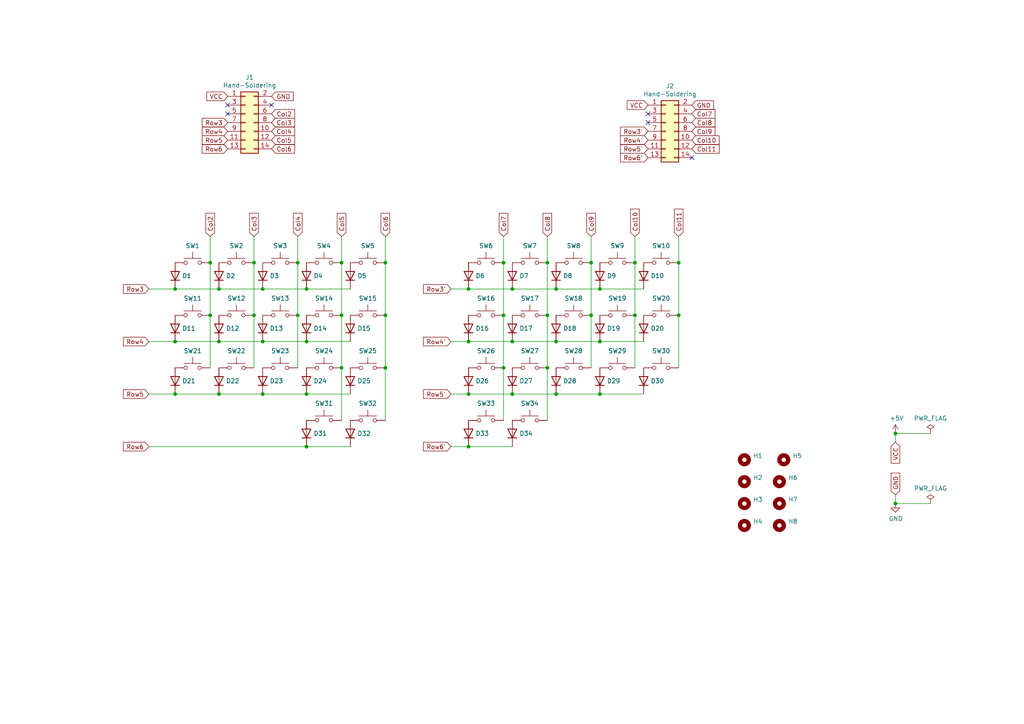
<source format=kicad_sch>
(kicad_sch (version 20211123) (generator eeschema)
  (paper "A4")
  (title_block (title "Pragmatic Input Module") (date "2021-11-20") (rev "v0.2") (company "Designed by James Sa"))
  (lib_symbols
    (symbol "Connector_Generic:Conn_02x07_Odd_Even" (pin_names (offset 1.016) hide)
      (property "Reference" "J" (at 1.27 10.16 0))
      (property "Value" "Conn_02x07_Odd_Even" (at 1.27 -10.16 0))
      (symbol "Conn_02x07_Odd_Even_1_1"
        (rectangle (start -1.27 -7.493) (end 0 -7.747) (stroke (width 0.1524)))
        (rectangle (start -1.27 -4.953) (end 0 -5.207) (stroke (width 0.1524)))
        (rectangle (start -1.27 -2.413) (end 0 -2.667) (stroke (width 0.1524)))
        (rectangle (start -1.27 0.127) (end 0 -0.127) (stroke (width 0.1524)))
        (rectangle (start -1.27 2.667) (end 0 2.413) (stroke (width 0.1524)))
        (rectangle (start -1.27 5.207) (end 0 4.953) (stroke (width 0.1524)))
        (rectangle (start -1.27 7.747) (end 0 7.493) (stroke (width 0.1524)))
        (rectangle (start -1.27 8.89) (end 3.81 -8.89) (stroke (width 0.254)) (fill (type background)))
        (rectangle (start 3.81 -7.493) (end 2.54 -7.747) (stroke (width 0.1524)))
        (rectangle (start 3.81 -4.953) (end 2.54 -5.207) (stroke (width 0.1524)))
        (rectangle (start 3.81 -2.413) (end 2.54 -2.667) (stroke (width 0.1524)))
        (rectangle (start 3.81 0.127) (end 2.54 -0.127) (stroke (width 0.1524)))
        (rectangle (start 3.81 2.667) (end 2.54 2.413) (stroke (width 0.1524)))
        (rectangle (start 3.81 5.207) (end 2.54 4.953) (stroke (width 0.1524)))
        (rectangle (start 3.81 7.747) (end 2.54 7.493) (stroke (width 0.1524)))
        (pin passive line (at -5.08 7.62 0) (length 3.81) (name "Pin_1") (number "1"))
        (pin passive line (at 7.62 -2.54 180) (length 3.81) (name "Pin_10") (number "10"))
        (pin passive line (at -5.08 -5.08 0) (length 3.81) (name "Pin_11") (number "11"))
        (pin passive line (at 7.62 -5.08 180) (length 3.81) (name "Pin_12") (number "12"))
        (pin passive line (at -5.08 -7.62 0) (length 3.81) (name "Pin_13") (number "13"))
        (pin passive line (at 7.62 -7.62 180) (length 3.81) (name "Pin_14") (number "14"))
        (pin passive line (at 7.62 7.62 180) (length 3.81) (name "Pin_2") (number "2"))
        (pin passive line (at -5.08 5.08 0) (length 3.81) (name "Pin_3") (number "3"))
        (pin passive line (at 7.62 5.08 180) (length 3.81) (name "Pin_4") (number "4"))
        (pin passive line (at -5.08 2.54 0) (length 3.81) (name "Pin_5") (number "5"))
        (pin passive line (at 7.62 2.54 180) (length 3.81) (name "Pin_6") (number "6"))
        (pin passive line (at -5.08 0 0) (length 3.81) (name "Pin_7") (number "7"))
        (pin passive line (at 7.62 0 180) (length 3.81) (name "Pin_8") (number "8"))
        (pin passive line (at -5.08 -2.54 0) (length 3.81) (name "Pin_9") (number "9"))
      )
    )
    (symbol "Device:D" (pin_numbers hide) (pin_names (offset 1.016) hide)
      (property "Reference" "D" (at 0 2.54 0))
      (property "Value" "D" (at 0 -2.54 0))
      (symbol "D_0_1"
        (polyline (pts (xy -1.27 1.27) (xy -1.27 -1.27)) (stroke (width 0.254)))
        (polyline (pts (xy 1.27 0) (xy -1.27 0)))
        (polyline (pts (xy 1.27 1.27) (xy 1.27 -1.27) (xy -1.27 0) (xy 1.27 1.27)) (stroke (width 0.254)))
      )
      (symbol "D_1_1"
        (pin passive line (at -3.81 0 0) (length 2.54) (name "K") (number "1"))
        (pin passive line (at 3.81 0 180) (length 2.54) (name "A") (number "2"))
      )
    )
    (symbol "Mechanical:MountingHole" (pin_names (offset 1.016))
      (property "Reference" "H" (at 0 5.08 0))
      (property "Value" "MountingHole" (at 0 3.175 0))
      (symbol "MountingHole_0_1"
        (circle (center 0 0) (radius 1.27) (stroke (width 1.27)))
      )
    )
    (symbol "Switch:SW_Push" (pin_numbers hide) (pin_names (offset 1.016) hide)
      (property "Reference" "SW" (at 1.27 2.54 0))
      (property "Value" "SW_Push" (at 0 -1.524 0))
      (symbol "SW_Push_0_1"
        (circle (center -2.032 0) (radius 0.508))
        (polyline (pts (xy 0 1.27) (xy 0 3.048)))
        (polyline (pts (xy 2.54 1.27) (xy -2.54 1.27)))
        (circle (center 2.032 0) (radius 0.508))
        (pin passive line (at -5.08 0 0) (length 2.54) (name "1") (number "1"))
        (pin passive line (at 5.08 0 180) (length 2.54) (name "2") (number "2"))
      )
    )
    (symbol "power:+5V" (power) (pin_names (offset 0))
      (property "Value" "+5V" (at 0 3.556 0))
      (symbol "+5V_0_1"
        (polyline (pts (xy -0.762 1.27) (xy 0 2.54)))
        (polyline (pts (xy 0 0) (xy 0 2.54)))
        (polyline (pts (xy 0 2.54) (xy 0.762 1.27)))
      )
      (symbol "+5V_1_1"
        (pin power_in line (at 0 0 90) (length 0) hide (name "+5V") (number "1"))
      )
    )
    (symbol "power:GND" (power) (pin_names (offset 0))
      (property "Value" "GND" (at 0 -3.81 0))
      (symbol "GND_0_1"
        (polyline (pts (xy 0 0) (xy 0 -1.27) (xy 1.27 -1.27) (xy 0 -2.54) (xy -1.27 -1.27) (xy 0 -1.27)))
      )
      (symbol "GND_1_1"
        (pin power_in line (at 0 0 270) (length 0) hide (name "GND") (number "1"))
      )
    )
    (symbol "power:PWR_FLAG" (power) (pin_numbers hide) (pin_names (offset 0) hide)
      (property "Value" "PWR_FLAG" (at 0 3.81 0))
      (symbol "PWR_FLAG_0_0"
        (pin power_out line (at 0 0 90) (length 0) (name "pwr") (number "1"))
      )
      (symbol "PWR_FLAG_0_1"
        (polyline (pts (xy 0 0) (xy 0 1.27) (xy -1.016 1.905) (xy 0 2.54) (xy 1.016 1.905) (xy 0 1.27)))
      )
    )
  )
  (junction (at 50.8 83.82))
  (junction (at 161.29 83.82))
  (junction (at 88.9 129.54))
  (junction (at 184.15 76.2))
  (junction (at 63.5 114.3))
  (junction (at 173.99 114.3))
  (junction (at 135.89 114.3))
  (junction (at 171.45 91.44))
  (junction (at 173.99 83.82))
  (junction (at 135.89 129.54))
  (junction (at 146.05 106.68))
  (junction (at 184.15 91.44))
  (junction (at 158.75 76.2))
  (junction (at 196.85 76.2))
  (junction (at 86.36 91.44))
  (junction (at 76.2 114.3))
  (junction (at 259.715 146.05))
  (junction (at 259.715 125.73))
  (junction (at 99.06 91.44))
  (junction (at 148.59 99.06))
  (junction (at 76.2 83.82))
  (junction (at 196.85 91.44))
  (junction (at 73.66 76.2))
  (junction (at 76.2 99.06))
  (junction (at 161.29 114.3))
  (junction (at 158.75 106.68))
  (junction (at 135.89 83.82))
  (junction (at 73.66 91.44))
  (junction (at 88.9 114.3))
  (junction (at 135.89 99.06))
  (junction (at 88.9 83.82))
  (junction (at 111.76 106.68))
  (junction (at 111.76 76.2))
  (junction (at 50.8 99.06))
  (junction (at 148.59 83.82))
  (junction (at 60.96 76.2))
  (junction (at 99.06 76.2))
  (junction (at 99.06 106.68))
  (junction (at 146.05 91.44))
  (junction (at 148.59 114.3))
  (junction (at 171.45 76.2))
  (junction (at 63.5 99.06))
  (junction (at 146.05 76.2))
  (junction (at 50.8 114.3))
  (junction (at 158.75 91.44))
  (junction (at 161.29 99.06))
  (junction (at 88.9 99.06))
  (junction (at 60.96 91.44))
  (junction (at 111.76 91.44))
  (junction (at 173.99 99.06))
  (junction (at 86.36 76.2))
  (junction (at 63.5 83.82))
  (no_connect (at 187.96 33.02))
  (no_connect (at 187.96 35.56))
  (no_connect (at 200.66 45.72))
  (no_connect (at 66.04 30.48))
  (no_connect (at 66.04 33.02))
  (no_connect (at 78.74 30.48))
  (wire (pts (xy 76.2 83.82) (xy 88.9 83.82)))
  (wire (pts (xy 111.76 76.2) (xy 111.76 91.44)))
  (wire (pts (xy 99.06 106.68) (xy 99.06 121.92)))
  (wire (pts (xy 111.76 91.44) (xy 111.76 106.68)))
  (wire (pts (xy 158.75 106.68) (xy 158.75 121.92)))
  (wire (pts (xy 76.2 114.3) (xy 88.9 114.3)))
  (wire (pts (xy 60.96 91.44) (xy 60.96 106.68)))
  (wire (pts (xy 43.18 129.54) (xy 88.9 129.54)))
  (wire (pts (xy 130.81 83.82) (xy 135.89 83.82)))
  (wire (pts (xy 99.06 68.58) (xy 99.06 76.2)))
  (wire (pts (xy 148.59 83.82) (xy 161.29 83.82)))
  (wire (pts (xy 50.8 83.82) (xy 63.5 83.82)))
  (wire (pts (xy 259.715 125.73) (xy 269.875 125.73)))
  (wire (pts (xy 146.05 68.58) (xy 146.05 76.2)))
  (wire (pts (xy 146.05 76.2) (xy 146.05 91.44)))
  (wire (pts (xy 60.96 68.58) (xy 60.96 76.2)))
  (wire (pts (xy 135.89 99.06) (xy 148.59 99.06)))
  (wire (pts (xy 60.96 76.2) (xy 60.96 91.44)))
  (wire (pts (xy 63.5 99.06) (xy 76.2 99.06)))
  (wire (pts (xy 50.8 114.3) (xy 63.5 114.3)))
  (wire (pts (xy 130.81 129.54) (xy 135.89 129.54)))
  (wire (pts (xy 135.89 83.82) (xy 148.59 83.82)))
  (wire (pts (xy 73.66 91.44) (xy 73.66 106.68)))
  (wire (pts (xy 173.99 114.3) (xy 186.69 114.3)))
  (wire (pts (xy 88.9 83.82) (xy 101.6 83.82)))
  (wire (pts (xy 184.15 68.58) (xy 184.15 76.2)))
  (wire (pts (xy 158.75 76.2) (xy 158.75 91.44)))
  (wire (pts (xy 86.36 91.44) (xy 86.36 106.68)))
  (wire (pts (xy 50.8 99.06) (xy 63.5 99.06)))
  (wire (pts (xy 148.59 99.06) (xy 161.29 99.06)))
  (wire (pts (xy 86.36 68.58) (xy 86.36 76.2)))
  (wire (pts (xy 259.715 143.51) (xy 259.715 146.05)))
  (wire (pts (xy 196.85 76.2) (xy 196.85 91.44)))
  (wire (pts (xy 88.9 99.06) (xy 101.6 99.06)))
  (wire (pts (xy 161.29 83.82) (xy 173.99 83.82)))
  (wire (pts (xy 158.75 68.58) (xy 158.75 76.2)))
  (wire (pts (xy 173.99 83.82) (xy 186.69 83.82)))
  (wire (pts (xy 184.15 91.44) (xy 184.15 106.68)))
  (wire (pts (xy 135.89 129.54) (xy 148.59 129.54)))
  (wire (pts (xy 88.9 114.3) (xy 101.6 114.3)))
  (wire (pts (xy 171.45 68.58) (xy 171.45 76.2)))
  (wire (pts (xy 184.15 76.2) (xy 184.15 91.44)))
  (wire (pts (xy 43.18 114.3) (xy 50.8 114.3)))
  (wire (pts (xy 99.06 76.2) (xy 99.06 91.44)))
  (wire (pts (xy 196.85 91.44) (xy 196.85 106.68)))
  (wire (pts (xy 148.59 114.3) (xy 161.29 114.3)))
  (wire (pts (xy 135.89 114.3) (xy 148.59 114.3)))
  (wire (pts (xy 99.06 91.44) (xy 99.06 106.68)))
  (wire (pts (xy 111.76 106.68) (xy 111.76 121.92)))
  (wire (pts (xy 146.05 91.44) (xy 146.05 106.68)))
  (wire (pts (xy 111.76 68.58) (xy 111.76 76.2)))
  (wire (pts (xy 86.36 76.2) (xy 86.36 91.44)))
  (wire (pts (xy 76.2 99.06) (xy 88.9 99.06)))
  (wire (pts (xy 63.5 114.3) (xy 76.2 114.3)))
  (wire (pts (xy 171.45 76.2) (xy 171.45 91.44)))
  (wire (pts (xy 173.99 99.06) (xy 186.69 99.06)))
  (wire (pts (xy 196.85 68.58) (xy 196.85 76.2)))
  (wire (pts (xy 63.5 83.82) (xy 76.2 83.82)))
  (wire (pts (xy 161.29 99.06) (xy 173.99 99.06)))
  (wire (pts (xy 259.715 125.73) (xy 259.715 128.27)))
  (wire (pts (xy 269.875 146.05) (xy 259.715 146.05)))
  (wire (pts (xy 146.05 106.68) (xy 146.05 121.92)))
  (wire (pts (xy 88.9 129.54) (xy 101.6 129.54)))
  (wire (pts (xy 171.45 91.44) (xy 171.45 106.68)))
  (wire (pts (xy 158.75 91.44) (xy 158.75 106.68)))
  (wire (pts (xy 161.29 114.3) (xy 173.99 114.3)))
  (wire (pts (xy 73.66 76.2) (xy 73.66 91.44)))
  (wire (pts (xy 130.81 99.06) (xy 135.89 99.06)))
  (wire (pts (xy 43.18 83.82) (xy 50.8 83.82)))
  (wire (pts (xy 73.66 68.58) (xy 73.66 76.2)))
  (wire (pts (xy 130.81 114.3) (xy 135.89 114.3)))
  (wire (pts (xy 43.18 99.06) (xy 50.8 99.06)))
  (global_label "GND" (shape input) (at 259.715 143.51 90) (property "Intersheet References" "${INTERSHEET_REFS}" (effects hide)))
  (global_label "VCC" (shape input) (at 259.715 128.27 270) (property "Intersheet References" "${INTERSHEET_REFS}" (effects hide)))
  (global_label "Row5" (shape input) (at 43.18 114.3 180) (property "Intersheet References" "${INTERSHEET_REFS}" (effects hide)))
  (global_label "Row6'" (shape input) (at 187.96 45.72 180) (property "Intersheet References" "${INTERSHEET_REFS}" (effects hide)))
  (global_label "Row3" (shape input) (at 66.04 35.56 180) (property "Intersheet References" "${INTERSHEET_REFS}" (effects hide)))
  (global_label "Row5'" (shape input) (at 130.81 114.3 180) (property "Intersheet References" "${INTERSHEET_REFS}" (effects hide)))
  (global_label "Row4" (shape input) (at 66.04 38.1 180) (property "Intersheet References" "${INTERSHEET_REFS}" (effects hide)))
  (global_label "Col7" (shape input) (at 200.66 33.02 0) (property "Intersheet References" "${INTERSHEET_REFS}" (effects hide)))
  (global_label "VCC" (shape input) (at 187.96 30.48 180) (property "Intersheet References" "${INTERSHEET_REFS}" (effects hide)))
  (global_label "Col4" (shape input) (at 78.74 38.1 0) (property "Intersheet References" "${INTERSHEET_REFS}" (effects hide)))
  (global_label "Row3'" (shape input) (at 130.81 83.82 180) (property "Intersheet References" "${INTERSHEET_REFS}" (effects hide)))
  (global_label "Col8" (shape input) (at 158.75 68.58 90) (property "Intersheet References" "${INTERSHEET_REFS}" (effects hide)))
  (global_label "Row5'" (shape input) (at 187.96 43.18 180) (property "Intersheet References" "${INTERSHEET_REFS}" (effects hide)))
  (global_label "Col10" (shape input) (at 184.15 68.58 90) (property "Intersheet References" "${INTERSHEET_REFS}" (effects hide)))
  (global_label "Col2" (shape input) (at 78.74 33.02 0) (property "Intersheet References" "${INTERSHEET_REFS}" (effects hide)))
  (global_label "Col9" (shape input) (at 200.66 38.1 0) (property "Intersheet References" "${INTERSHEET_REFS}" (effects hide)))
  (global_label "Row6" (shape input) (at 43.18 129.54 180) (property "Intersheet References" "${INTERSHEET_REFS}" (effects hide)))
  (global_label "Col10" (shape input) (at 200.66 40.64 0) (property "Intersheet References" "${INTERSHEET_REFS}" (effects hide)))
  (global_label "Col4" (shape input) (at 86.36 68.58 90) (property "Intersheet References" "${INTERSHEET_REFS}" (effects hide)))
  (global_label "GND" (shape input) (at 78.74 27.94 0) (property "Intersheet References" "${INTERSHEET_REFS}" (effects hide)))
  (global_label "Row4'" (shape input) (at 187.96 40.64 180) (property "Intersheet References" "${INTERSHEET_REFS}" (effects hide)))
  (global_label "Col11" (shape input) (at 196.85 68.58 90) (property "Intersheet References" "${INTERSHEET_REFS}" (effects hide)))
  (global_label "Col6" (shape input) (at 78.74 43.18 0) (property "Intersheet References" "${INTERSHEET_REFS}" (effects hide)))
  (global_label "Col7" (shape input) (at 146.05 68.58 90) (property "Intersheet References" "${INTERSHEET_REFS}" (effects hide)))
  (global_label "Col2" (shape input) (at 60.96 68.58 90) (property "Intersheet References" "${INTERSHEET_REFS}" (effects hide)))
  (global_label "Col3" (shape input) (at 78.74 35.56 0) (property "Intersheet References" "${INTERSHEET_REFS}" (effects hide)))
  (global_label "Row5" (shape input) (at 66.04 40.64 180) (property "Intersheet References" "${INTERSHEET_REFS}" (effects hide)))
  (global_label "Row6" (shape input) (at 66.04 43.18 180) (property "Intersheet References" "${INTERSHEET_REFS}" (effects hide)))
  (global_label "Row6'" (shape input) (at 130.81 129.54 180) (property "Intersheet References" "${INTERSHEET_REFS}" (effects hide)))
  (global_label "Col6" (shape input) (at 111.76 68.58 90) (property "Intersheet References" "${INTERSHEET_REFS}" (effects hide)))
  (global_label "Col8" (shape input) (at 200.66 35.56 0) (property "Intersheet References" "${INTERSHEET_REFS}" (effects hide)))
  (global_label "Row4'" (shape input) (at 130.81 99.06 180) (property "Intersheet References" "${INTERSHEET_REFS}" (effects hide)))
  (global_label "VCC" (shape input) (at 66.04 27.94 180) (property "Intersheet References" "${INTERSHEET_REFS}" (effects hide)))
  (global_label "Row3" (shape input) (at 43.18 83.82 180) (property "Intersheet References" "${INTERSHEET_REFS}" (effects hide)))
  (global_label "Col3" (shape input) (at 73.66 68.58 90) (property "Intersheet References" "${INTERSHEET_REFS}" (effects hide)))
  (global_label "Row4" (shape input) (at 43.18 99.06 180) (property "Intersheet References" "${INTERSHEET_REFS}" (effects hide)))
  (global_label "GND" (shape input) (at 200.66 30.48 0) (property "Intersheet References" "${INTERSHEET_REFS}" (effects hide)))
  (global_label "Row3'" (shape input) (at 187.96 38.1 180) (property "Intersheet References" "${INTERSHEET_REFS}" (effects hide)))
  (global_label "Col5" (shape input) (at 78.74 40.64 0) (property "Intersheet References" "${INTERSHEET_REFS}" (effects hide)))
  (global_label "Col5" (shape input) (at 99.06 68.58 90) (property "Intersheet References" "${INTERSHEET_REFS}" (effects hide)))
  (global_label "Col9" (shape input) (at 171.45 68.58 90) (property "Intersheet References" "${INTERSHEET_REFS}" (effects hide)))
  (global_label "Col11" (shape input) (at 200.66 43.18 0) (property "Intersheet References" "${INTERSHEET_REFS}" (effects hide)))
  (symbol (lib_id "power:+5V") (at 259.715 125.73 0) (unit 1)
    (property "Reference" "#PWR01" (effects hide))
    (property "Value" "+5V" (at 260.096 121.3358 0))
  )
  (symbol (lib_id "power:PWR_FLAG") (at 269.875 125.73 0) (unit 1)
    (property "Reference" "#FLG0101" (effects hide))
    (property "Value" "PWR_FLAG" (at 269.875 121.3358 0))
  )
  (symbol (lib_id "Device:D") (at 50.8 95.25 90) (unit 1)
    (property "Reference" "D11" (at 52.832 95.25 90) (effects (justify right)))
    (property "Value" "1N4148" (effects hide))
    (property "Footprint" "Keyboard_Foostan:D3_SMD_v2" (effects hide))
    (property "LCSC" "C81598" (effects hide))
  )
  (symbol (lib_id "Switch:SW_Push") (at 55.88 91.44 0) (unit 1)
    (property "Reference" "SW11" (at 55.88 86.5378 0))
    (property "Value" "SW_Push" (effects hide))
    (property "Footprint" "Keyboard_JSA:MX_Hotswap" (effects hide))
  )
  (symbol (lib_id "power:PWR_FLAG") (at 269.875 146.05 0) (unit 1)
    (property "Reference" "#FLG0102" (effects hide))
    (property "Value" "PWR_FLAG" (at 269.875 141.6558 0))
  )
  (symbol (lib_id "Device:D") (at 63.5 95.25 90) (unit 1)
    (property "Reference" "D12" (at 65.532 95.25 90) (effects (justify right)))
    (property "Value" "1N4148" (effects hide))
    (property "Footprint" "Keyboard_Foostan:D3_SMD_v2" (effects hide))
    (property "LCSC" "C81598" (effects hide))
  )
  (symbol (lib_id "Switch:SW_Push") (at 68.58 91.44 0) (unit 1)
    (property "Reference" "SW12" (at 68.58 86.5378 0))
    (property "Value" "SW_Push" (effects hide))
    (property "Footprint" "Keyboard_JSA:MX_Hotswap" (effects hide))
  )
  (symbol (lib_id "power:GND") (at 259.715 146.05 0) (unit 1)
    (property "Reference" "#PWR02" (effects hide))
    (property "Value" "GND" (at 259.842 150.4442 0))
  )
  (symbol (lib_id "Device:D") (at 76.2 80.01 90) (unit 1)
    (property "Reference" "D3" (at 78.232 80.01 90) (effects (justify right)))
    (property "Value" "1N4148" (effects hide))
    (property "Footprint" "Keyboard_Foostan:D3_SMD_v2" (effects hide))
    (property "LCSC" "C81598" (effects hide))
  )
  (symbol (lib_id "Switch:SW_Push") (at 81.28 76.2 0) (unit 1)
    (property "Reference" "SW3" (at 81.28 71.2978 0))
    (property "Value" "SW_Push" (effects hide))
    (property "Footprint" "Keyboard_JSA:MX_Hotswap" (effects hide))
  )
  (symbol (lib_id "Device:D") (at 88.9 80.01 90) (unit 1)
    (property "Reference" "D4" (at 90.932 80.01 90) (effects (justify right)))
    (property "Value" "1N4148" (effects hide))
    (property "Footprint" "Keyboard_Foostan:D3_SMD_v2" (effects hide))
    (property "LCSC" "C81598" (effects hide))
  )
  (symbol (lib_id "Switch:SW_Push") (at 93.98 76.2 0) (unit 1)
    (property "Reference" "SW4" (at 93.98 71.2978 0))
    (property "Value" "SW_Push" (effects hide))
    (property "Footprint" "Keyboard_JSA:MX_Hotswap" (effects hide))
  )
  (symbol (lib_id "Device:D") (at 101.6 80.01 90) (unit 1)
    (property "Reference" "D5" (at 103.632 80.01 90) (effects (justify right)))
    (property "Value" "1N4148" (effects hide))
    (property "Footprint" "Keyboard_Foostan:D3_SMD_v2" (effects hide))
    (property "LCSC" "C81598" (effects hide))
  )
  (symbol (lib_id "Switch:SW_Push") (at 106.68 76.2 0) (unit 1)
    (property "Reference" "SW5" (at 106.68 71.2978 0))
    (property "Value" "SW_Push" (effects hide))
    (property "Footprint" "Keyboard_JSA:MX_Hotswap" (effects hide))
  )
  (symbol (lib_id "Device:D") (at 50.8 80.01 90) (unit 1)
    (property "Reference" "D1" (at 52.832 80.01 90) (effects (justify right)))
    (property "Value" "1N4148" (effects hide))
    (property "Footprint" "Keyboard_Foostan:D3_SMD_v2" (effects hide))
    (property "Datasheet" "https://datasheet.lcsc.com/lcsc/1811061725_ST-Semtech-1N4148W_C81598.pdf" (effects hide))
    (property "LCSC" "C81598" (effects hide))
  )
  (symbol (lib_id "Switch:SW_Push") (at 55.88 76.2 0) (unit 1)
    (property "Reference" "SW1" (at 55.88 71.2978 0))
    (property "Value" "SW_Push" (effects hide))
    (property "Footprint" "Keyboard_JSA:MX_Hotswap" (effects hide))
  )
  (symbol (lib_id "Device:D") (at 63.5 80.01 90) (unit 1)
    (property "Reference" "D2" (at 65.532 80.01 90) (effects (justify right)))
    (property "Value" "1N4148" (effects hide))
    (property "Footprint" "Keyboard_Foostan:D3_SMD_v2" (effects hide))
    (property "LCSC" "C81598" (effects hide))
  )
  (symbol (lib_id "Switch:SW_Push") (at 68.58 76.2 0) (unit 1)
    (property "Reference" "SW2" (at 68.58 71.2978 0))
    (property "Value" "SW_Push" (effects hide))
    (property "Footprint" "Keyboard_JSA:MX_Hotswap" (effects hide))
  )
  (symbol (lib_id "Device:D") (at 76.2 95.25 90) (unit 1)
    (property "Reference" "D13" (at 78.232 95.25 90) (effects (justify right)))
    (property "Value" "1N4148" (effects hide))
    (property "Footprint" "Keyboard_Foostan:D3_SMD_v2" (effects hide))
    (property "LCSC" "C81598" (effects hide))
  )
  (symbol (lib_id "Switch:SW_Push") (at 81.28 91.44 0) (unit 1)
    (property "Reference" "SW13" (at 81.28 86.5378 0))
    (property "Value" "SW_Push" (effects hide))
    (property "Footprint" "Keyboard_JSA:MX_Hotswap" (effects hide))
  )
  (symbol (lib_id "Device:D") (at 88.9 95.25 90) (unit 1)
    (property "Reference" "D14" (at 90.932 95.25 90) (effects (justify right)))
    (property "Value" "1N4148" (effects hide))
    (property "Footprint" "Keyboard_Foostan:D3_SMD_v2" (effects hide))
    (property "LCSC" "C81598" (effects hide))
  )
  (symbol (lib_id "Switch:SW_Push") (at 93.98 91.44 0) (unit 1)
    (property "Reference" "SW14" (at 93.98 86.5378 0))
    (property "Value" "SW_Push" (effects hide))
    (property "Footprint" "Keyboard_JSA:MX_Hotswap" (effects hide))
  )
  (symbol (lib_id "Device:D") (at 101.6 95.25 90) (unit 1)
    (property "Reference" "D15" (at 103.632 95.25 90) (effects (justify right)))
    (property "Value" "1N4148" (effects hide))
    (property "Footprint" "Keyboard_Foostan:D3_SMD_v2" (effects hide))
    (property "LCSC" "C81598" (effects hide))
  )
  (symbol (lib_id "Switch:SW_Push") (at 106.68 91.44 0) (unit 1)
    (property "Reference" "SW15" (at 106.68 86.5378 0))
    (property "Value" "SW_Push" (effects hide))
    (property "Footprint" "Keyboard_JSA:MX_Hotswap" (effects hide))
  )
  (symbol (lib_id "Device:D") (at 63.5 110.49 90) (unit 1)
    (property "Reference" "D22" (at 65.532 110.49 90) (effects (justify right)))
    (property "Value" "1N4148" (effects hide))
    (property "Footprint" "Keyboard_Foostan:D3_SMD_v2" (effects hide))
    (property "LCSC" "C81598" (effects hide))
  )
  (symbol (lib_id "Switch:SW_Push") (at 68.58 106.68 0) (unit 1)
    (property "Reference" "SW22" (at 68.58 101.7778 0))
    (property "Value" "SW_Push" (effects hide))
    (property "Footprint" "Keyboard_JSA:MX_Hotswap" (effects hide))
  )
  (symbol (lib_id "Device:D") (at 76.2 110.49 90) (unit 1)
    (property "Reference" "D23" (at 78.232 110.49 90) (effects (justify right)))
    (property "Value" "1N4148" (effects hide))
    (property "Footprint" "Keyboard_Foostan:D3_SMD_v2" (effects hide))
    (property "LCSC" "C81598" (effects hide))
  )
  (symbol (lib_id "Switch:SW_Push") (at 81.28 106.68 0) (unit 1)
    (property "Reference" "SW23" (at 81.28 101.7778 0))
    (property "Value" "SW_Push" (effects hide))
    (property "Footprint" "Keyboard_JSA:MX_Hotswap" (effects hide))
  )
  (symbol (lib_id "Device:D") (at 88.9 110.49 90) (unit 1)
    (property "Reference" "D24" (at 90.932 110.49 90) (effects (justify right)))
    (property "Value" "1N4148" (effects hide))
    (property "Footprint" "Keyboard_Foostan:D3_SMD_v2" (effects hide))
    (property "LCSC" "C81598" (effects hide))
  )
  (symbol (lib_id "Switch:SW_Push") (at 93.98 106.68 0) (unit 1)
    (property "Reference" "SW24" (at 93.98 101.7778 0))
    (property "Value" "SW_Push" (effects hide))
    (property "Footprint" "Keyboard_JSA:MX_Hotswap" (effects hide))
  )
  (symbol (lib_id "Device:D") (at 101.6 110.49 90) (unit 1)
    (property "Reference" "D25" (at 103.632 110.49 90) (effects (justify right)))
    (property "Value" "1N4148" (effects hide))
    (property "Footprint" "Keyboard_Foostan:D3_SMD_v2" (effects hide))
    (property "LCSC" "C81598" (effects hide))
  )
  (symbol (lib_id "Switch:SW_Push") (at 106.68 106.68 0) (unit 1)
    (property "Reference" "SW25" (at 106.68 101.7778 0))
    (property "Value" "SW_Push" (effects hide))
    (property "Footprint" "Keyboard_JSA:MX_Hotswap" (effects hide))
  )
  (symbol (lib_id "Device:D") (at 50.8 110.49 90) (unit 1)
    (property "Reference" "D21" (at 52.832 110.49 90) (effects (justify right)))
    (property "Value" "1N4148" (effects hide))
    (property "Footprint" "Keyboard_Foostan:D3_SMD_v2" (effects hide))
    (property "LCSC" "C81598" (effects hide))
  )
  (symbol (lib_id "Switch:SW_Push") (at 55.88 106.68 0) (unit 1)
    (property "Reference" "SW21" (at 55.88 101.7778 0))
    (property "Value" "SW_Push" (effects hide))
    (property "Footprint" "Keyboard_JSA:MX_Hotswap" (effects hide))
  )
  (symbol (lib_id "Device:D") (at 88.9 125.73 90) (unit 1)
    (property "Reference" "D31" (at 90.932 125.73 90) (effects (justify right)))
    (property "Value" "1N4148" (effects hide))
    (property "Footprint" "Keyboard_Foostan:D3_SMD_v2" (effects hide))
    (property "LCSC" "C81598" (effects hide))
  )
  (symbol (lib_id "Switch:SW_Push") (at 93.98 121.92 0) (unit 1)
    (property "Reference" "SW31" (at 93.98 117.0178 0))
    (property "Value" "SW_Push" (effects hide))
    (property "Footprint" "Keyboard_JSA:MX_Hotswap" (effects hide))
  )
  (symbol (lib_id "Device:D") (at 101.6 125.73 90) (unit 1)
    (property "Reference" "D32" (at 103.632 125.73 90) (effects (justify right)))
    (property "Value" "1N4148" (effects hide))
    (property "Footprint" "Keyboard_Foostan:D3_SMD_v2" (effects hide))
    (property "LCSC" "C81598" (effects hide))
  )
  (symbol (lib_id "Switch:SW_Push") (at 106.68 121.92 0) (unit 1)
    (property "Reference" "SW32" (at 106.68 117.0178 0))
    (property "Value" "SW_Push" (effects hide))
    (property "Footprint" "Keyboard_JSA:MX_Hotswap" (effects hide))
  )
  (symbol (lib_id "Connector_Generic:Conn_02x07_Odd_Even") (at 71.12 35.56 0) (unit 1)
    (property "Reference" "J1" (at 72.39 22.4282 0))
    (property "Value" "Hand-Soldering" (at 72.39 24.7396 0))
    (property "Footprint" "Connector_IDC:IDC-Header_2x07_P2.54mm_Vertical" (effects hide))
    (property "LCSC" "C3406" (effects hide))
  )
  (symbol (lib_id "Mechanical:MountingHole") (at 215.9 133.35 0) (unit 1)
    (property "Reference" "H1" (at 218.44 132.1816 0) (effects (justify left)))
    (property "Value" "MountingHole" (effects hide))
    (property "Footprint" "MountingHole:MountingHole_2.5mm" (effects hide))
  )
  (symbol (lib_id "Mechanical:MountingHole") (at 215.9 139.7 0) (unit 1)
    (property "Reference" "H2" (at 218.44 138.5316 0) (effects (justify left)))
    (property "Value" "MountingHole" (effects hide))
    (property "Footprint" "MountingHole:MountingHole_2.5mm" (effects hide))
  )
  (symbol (lib_id "Mechanical:MountingHole") (at 215.9 146.05 0) (unit 1)
    (property "Reference" "H3" (at 218.44 144.8816 0) (effects (justify left)))
    (property "Value" "MountingHole" (effects hide))
    (property "Footprint" "MountingHole:MountingHole_2.5mm" (effects hide))
  )
  (symbol (lib_id "Switch:SW_Push") (at 153.67 91.44 0) (unit 1)
    (property "Reference" "SW17" (at 153.67 86.5378 0))
    (property "Value" "SW_Push" (effects hide))
    (property "Footprint" "Keyboard_JSA:MX_Hotswap" (effects hide))
  )
  (symbol (lib_id "Switch:SW_Push") (at 191.77 76.2 0) (unit 1)
    (property "Reference" "SW10" (at 191.77 71.2978 0))
    (property "Value" "SW_Push" (effects hide))
    (property "Footprint" "Keyboard_JSA:MX_Hotswap" (effects hide))
  )
  (symbol (lib_id "Device:D") (at 186.69 80.01 90) (unit 1)
    (property "Reference" "D10" (at 188.722 80.01 90) (effects (justify right)))
    (property "Value" "1N4148" (effects hide))
    (property "Footprint" "Keyboard_Foostan:D3_SMD_v2" (effects hide))
    (property "LCSC" "C81598" (effects hide))
  )
  (symbol (lib_id "Switch:SW_Push") (at 179.07 76.2 0) (unit 1)
    (property "Reference" "SW9" (at 179.07 71.2978 0))
    (property "Value" "SW_Push" (effects hide))
    (property "Footprint" "Keyboard_JSA:MX_Hotswap" (effects hide))
  )
  (symbol (lib_id "Mechanical:MountingHole") (at 215.9 152.4 0) (unit 1)
    (property "Reference" "H4" (at 218.44 151.2316 0) (effects (justify left)))
    (property "Value" "MountingHole" (effects hide))
    (property "Footprint" "MountingHole:MountingHole_2.5mm" (effects hide))
  )
  (symbol (lib_id "Device:D") (at 173.99 80.01 90) (unit 1)
    (property "Reference" "D9" (at 176.022 80.01 90) (effects (justify right)))
    (property "Value" "1N4148" (effects hide))
    (property "Footprint" "Keyboard_Foostan:D3_SMD_v2" (effects hide))
    (property "LCSC" "C81598" (effects hide))
  )
  (symbol (lib_id "Switch:SW_Push") (at 166.37 76.2 0) (unit 1)
    (property "Reference" "SW8" (at 166.37 71.2978 0))
    (property "Value" "SW_Push" (effects hide))
    (property "Footprint" "Keyboard_JSA:MX_Hotswap" (effects hide))
  )
  (symbol (lib_id "Switch:SW_Push") (at 153.67 106.68 0) (unit 1)
    (property "Reference" "SW27" (at 153.67 101.7778 0))
    (property "Value" "SW_Push" (effects hide))
    (property "Footprint" "Keyboard_JSA:MX_Hotswap" (effects hide))
  )
  (symbol (lib_id "Switch:SW_Push") (at 179.07 106.68 0) (unit 1)
    (property "Reference" "SW29" (at 179.07 101.7778 0))
    (property "Value" "SW_Push" (effects hide))
    (property "Footprint" "Keyboard_JSA:MX_Hotswap" (effects hide))
  )
  (symbol (lib_id "Mechanical:MountingHole") (at 226.06 139.7 0) (unit 1)
    (property "Reference" "H6" (at 228.6 138.5316 0) (effects (justify left)))
    (property "Value" "MountingHole" (effects hide))
    (property "Footprint" "MountingHole:MountingHole_2.5mm" (effects hide))
  )
  (symbol (lib_id "Switch:SW_Push") (at 166.37 106.68 0) (unit 1)
    (property "Reference" "SW28" (at 166.37 101.7778 0))
    (property "Value" "SW_Push" (effects hide))
    (property "Footprint" "Keyboard_JSA:MX_Hotswap" (effects hide))
  )
  (symbol (lib_id "Switch:SW_Push") (at 166.37 91.44 0) (unit 1)
    (property "Reference" "SW18" (at 166.37 86.5378 0))
    (property "Value" "SW_Push" (effects hide))
    (property "Footprint" "Keyboard_JSA:MX_Hotswap" (effects hide))
  )
  (symbol (lib_id "Connector_Generic:Conn_02x07_Odd_Even") (at 193.04 38.1 0) (unit 1)
    (property "Reference" "J2" (at 194.31 24.9682 0))
    (property "Value" "Hand-Soldering" (at 194.31 27.2796 0))
    (property "Footprint" "Connector_IDC:IDC-Header_2x07_P2.54mm_Vertical" (effects hide))
    (property "LCSC" "C3406" (effects hide))
  )
  (symbol (lib_id "Device:D") (at 173.99 95.25 90) (unit 1)
    (property "Reference" "D19" (at 176.022 95.25 90) (effects (justify right)))
    (property "Value" "1N4148" (effects hide))
    (property "Footprint" "Keyboard_Foostan:D3_SMD_v2" (effects hide))
    (property "LCSC" "C81598" (effects hide))
  )
  (symbol (lib_id "Device:D") (at 186.69 95.25 90) (unit 1)
    (property "Reference" "D20" (at 188.722 95.25 90) (effects (justify right)))
    (property "Value" "1N4148" (effects hide))
    (property "Footprint" "Keyboard_Foostan:D3_SMD_v2" (effects hide))
    (property "LCSC" "C81598" (effects hide))
  )
  (symbol (lib_id "Device:D") (at 161.29 95.25 90) (unit 1)
    (property "Reference" "D18" (at 163.322 95.25 90) (effects (justify right)))
    (property "Value" "1N4148" (effects hide))
    (property "Footprint" "Keyboard_Foostan:D3_SMD_v2" (effects hide))
    (property "LCSC" "C81598" (effects hide))
  )
  (symbol (lib_id "Switch:SW_Push") (at 140.97 91.44 0) (unit 1)
    (property "Reference" "SW16" (at 140.97 86.5378 0))
    (property "Value" "SW_Push" (effects hide))
    (property "Footprint" "Keyboard_JSA:MX_Hotswap" (effects hide))
  )
  (symbol (lib_id "Device:D") (at 135.89 80.01 90) (unit 1)
    (property "Reference" "D6" (at 137.922 80.01 90) (effects (justify right)))
    (property "Value" "1N4148" (effects hide))
    (property "Footprint" "Keyboard_Foostan:D3_SMD_v2" (effects hide))
    (property "Datasheet" "https://datasheet.lcsc.com/lcsc/1811061725_ST-Semtech-1N4148W_C81598.pdf" (effects hide))
    (property "LCSC" "C81598" (effects hide))
  )
  (symbol (lib_id "Switch:SW_Push") (at 153.67 76.2 0) (unit 1)
    (property "Reference" "SW7" (at 153.67 71.2978 0))
    (property "Value" "SW_Push" (effects hide))
    (property "Footprint" "Keyboard_JSA:MX_Hotswap" (effects hide))
  )
  (symbol (lib_id "Device:D") (at 161.29 80.01 90) (unit 1)
    (property "Reference" "D8" (at 163.322 80.01 90) (effects (justify right)))
    (property "Value" "1N4148" (effects hide))
    (property "Footprint" "Keyboard_Foostan:D3_SMD_v2" (effects hide))
    (property "LCSC" "C81598" (effects hide))
  )
  (symbol (lib_id "Switch:SW_Push") (at 191.77 106.68 0) (unit 1)
    (property "Reference" "SW30" (at 191.77 101.7778 0))
    (property "Value" "SW_Push" (effects hide))
    (property "Footprint" "Keyboard_JSA:MX_Hotswap" (effects hide))
  )
  (symbol (lib_id "Mechanical:MountingHole") (at 227.33 133.35 0) (unit 1)
    (property "Reference" "H5" (at 229.87 132.1816 0) (effects (justify left)))
    (property "Value" "MountingHole" (effects hide))
    (property "Footprint" "MountingHole:MountingHole_2.5mm" (effects hide))
  )
  (symbol (lib_id "Device:D") (at 148.59 80.01 90) (unit 1)
    (property "Reference" "D7" (at 150.622 80.01 90) (effects (justify right)))
    (property "Value" "1N4148" (effects hide))
    (property "Footprint" "Keyboard_Foostan:D3_SMD_v2" (effects hide))
    (property "LCSC" "C81598" (effects hide))
  )
  (symbol (lib_id "Device:D") (at 148.59 125.73 90) (unit 1)
    (property "Reference" "D34" (at 150.622 125.73 90) (effects (justify right)))
    (property "Value" "1N4148" (effects hide))
    (property "Footprint" "Keyboard_Foostan:D3_SMD_v2" (effects hide))
    (property "LCSC" "C81598" (effects hide))
  )
  (symbol (lib_id "Device:D") (at 173.99 110.49 90) (unit 1)
    (property "Reference" "D29" (at 176.022 110.49 90) (effects (justify right)))
    (property "Value" "1N4148" (effects hide))
    (property "Footprint" "Keyboard_Foostan:D3_SMD_v2" (effects hide))
    (property "LCSC" "C81598" (effects hide))
  )
  (symbol (lib_id "Mechanical:MountingHole") (at 226.06 146.05 0) (unit 1)
    (property "Reference" "H7" (at 228.6 144.8816 0) (effects (justify left)))
    (property "Value" "MountingHole" (effects hide))
    (property "Footprint" "MountingHole:MountingHole_2.5mm" (effects hide))
  )
  (symbol (lib_id "Device:D") (at 161.29 110.49 90) (unit 1)
    (property "Reference" "D28" (at 163.322 110.49 90) (effects (justify right)))
    (property "Value" "1N4148" (effects hide))
    (property "Footprint" "Keyboard_Foostan:D3_SMD_v2" (effects hide))
    (property "LCSC" "C81598" (effects hide))
  )
  (symbol (lib_id "Device:D") (at 135.89 110.49 90) (unit 1)
    (property "Reference" "D26" (at 137.922 110.49 90) (effects (justify right)))
    (property "Value" "1N4148" (effects hide))
    (property "Footprint" "Keyboard_Foostan:D3_SMD_v2" (effects hide))
    (property "LCSC" "C81598" (effects hide))
  )
  (symbol (lib_id "Mechanical:MountingHole") (at 226.06 152.4 0) (unit 1)
    (property "Reference" "H8" (at 228.6 151.2316 0) (effects (justify left)))
    (property "Value" "MountingHole" (effects hide))
    (property "Footprint" "MountingHole:MountingHole_2.5mm" (effects hide))
  )
  (symbol (lib_id "Device:D") (at 135.89 95.25 90) (unit 1)
    (property "Reference" "D16" (at 137.922 95.25 90) (effects (justify right)))
    (property "Value" "1N4148" (effects hide))
    (property "Footprint" "Keyboard_Foostan:D3_SMD_v2" (effects hide))
    (property "LCSC" "C81598" (effects hide))
  )
  (symbol (lib_id "Switch:SW_Push") (at 153.67 121.92 0) (unit 1)
    (property "Reference" "SW34" (at 153.67 117.0178 0))
    (property "Value" "SW_Push" (effects hide))
    (property "Footprint" "Keyboard_JSA:MX_Hotswap" (effects hide))
  )
  (symbol (lib_id "Switch:SW_Push") (at 140.97 106.68 0) (unit 1)
    (property "Reference" "SW26" (at 140.97 101.7778 0))
    (property "Value" "SW_Push" (effects hide))
    (property "Footprint" "Keyboard_JSA:MX_Hotswap" (effects hide))
  )
  (symbol (lib_id "Switch:SW_Push") (at 191.77 91.44 0) (unit 1)
    (property "Reference" "SW20" (at 191.77 86.5378 0))
    (property "Value" "SW_Push" (effects hide))
    (property "Footprint" "Keyboard_JSA:MX_Hotswap" (effects hide))
  )
  (symbol (lib_id "Device:D") (at 135.89 125.73 90) (unit 1)
    (property "Reference" "D33" (at 137.922 125.73 90) (effects (justify right)))
    (property "Value" "1N4148" (effects hide))
    (property "Footprint" "Keyboard_Foostan:D3_SMD_v2" (effects hide))
    (property "LCSC" "C81598" (effects hide))
  )
  (symbol (lib_id "Device:D") (at 148.59 95.25 90) (unit 1)
    (property "Reference" "D17" (at 150.622 95.25 90) (effects (justify right)))
    (property "Value" "1N4148" (effects hide))
    (property "Footprint" "Keyboard_Foostan:D3_SMD_v2" (effects hide))
    (property "LCSC" "C81598" (effects hide))
  )
  (symbol (lib_id "Device:D") (at 148.59 110.49 90) (unit 1)
    (property "Reference" "D27" (at 150.622 110.49 90) (effects (justify right)))
    (property "Value" "1N4148" (effects hide))
    (property "Footprint" "Keyboard_Foostan:D3_SMD_v2" (effects hide))
    (property "LCSC" "C81598" (effects hide))
  )
  (symbol (lib_id "Switch:SW_Push") (at 140.97 121.92 0) (unit 1)
    (property "Reference" "SW33" (at 140.97 117.0178 0))
    (property "Value" "SW_Push" (effects hide))
    (property "Footprint" "Keyboard_JSA:MX_Hotswap" (effects hide))
  )
  (symbol (lib_id "Switch:SW_Push") (at 179.07 91.44 0) (unit 1)
    (property "Reference" "SW19" (at 179.07 86.5378 0))
    (property "Value" "SW_Push" (effects hide))
    (property "Footprint" "Keyboard_JSA:MX_Hotswap" (effects hide))
  )
  (symbol (lib_id "Switch:SW_Push") (at 140.97 76.2 0) (unit 1)
    (property "Reference" "SW6" (at 140.97 71.2978 0))
    (property "Value" "SW_Push" (effects hide))
    (property "Footprint" "Keyboard_JSA:MX_Hotswap" (effects hide))
  )
  (symbol (lib_id "Device:D") (at 186.69 110.49 90) (unit 1)
    (property "Reference" "D30" (at 188.722 110.49 90) (effects (justify right)))
    (property "Value" "1N4148" (effects hide))
    (property "Footprint" "Keyboard_Foostan:D3_SMD_v2" (effects hide))
    (property "LCSC" "C81598" (effects hide))
  )
)
</source>
